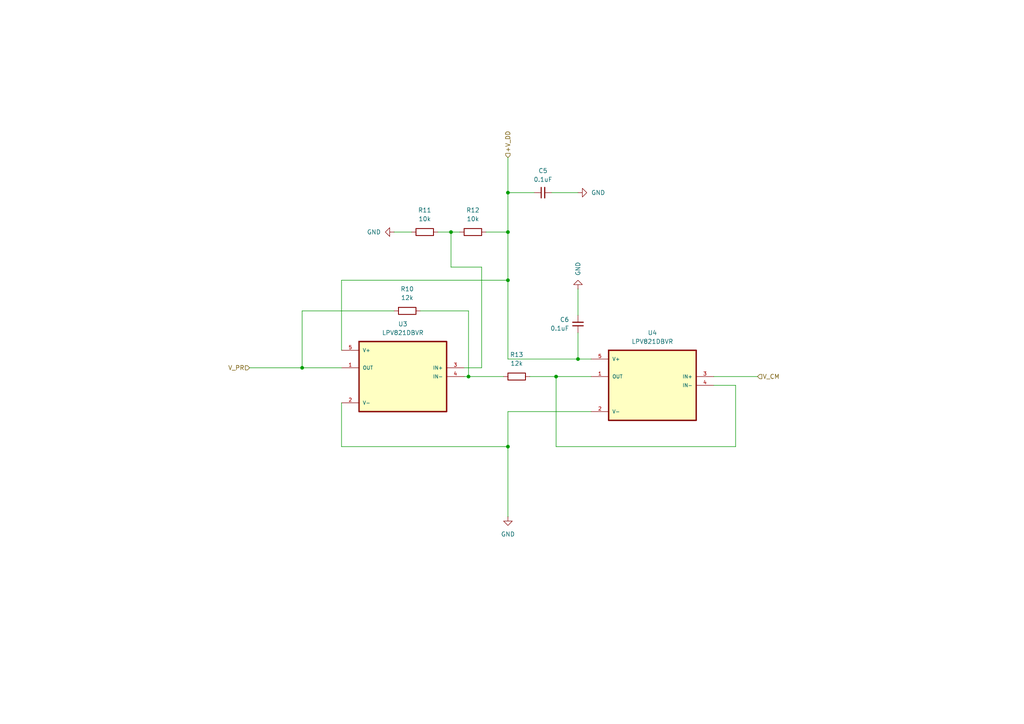
<source format=kicad_sch>
(kicad_sch
	(version 20231120)
	(generator "eeschema")
	(generator_version "8.0")
	(uuid "eeeba5e1-ba2d-407b-aa67-34560c4d1515")
	(paper "A4")
	(lib_symbols
		(symbol "Device:C_Small"
			(pin_numbers hide)
			(pin_names
				(offset 0.254) hide)
			(exclude_from_sim no)
			(in_bom yes)
			(on_board yes)
			(property "Reference" "C"
				(at 0.254 1.778 0)
				(effects
					(font
						(size 1.27 1.27)
					)
					(justify left)
				)
			)
			(property "Value" "C_Small"
				(at 0.254 -2.032 0)
				(effects
					(font
						(size 1.27 1.27)
					)
					(justify left)
				)
			)
			(property "Footprint" ""
				(at 0 0 0)
				(effects
					(font
						(size 1.27 1.27)
					)
					(hide yes)
				)
			)
			(property "Datasheet" "~"
				(at 0 0 0)
				(effects
					(font
						(size 1.27 1.27)
					)
					(hide yes)
				)
			)
			(property "Description" "Unpolarized capacitor, small symbol"
				(at 0 0 0)
				(effects
					(font
						(size 1.27 1.27)
					)
					(hide yes)
				)
			)
			(property "ki_keywords" "capacitor cap"
				(at 0 0 0)
				(effects
					(font
						(size 1.27 1.27)
					)
					(hide yes)
				)
			)
			(property "ki_fp_filters" "C_*"
				(at 0 0 0)
				(effects
					(font
						(size 1.27 1.27)
					)
					(hide yes)
				)
			)
			(symbol "C_Small_0_1"
				(polyline
					(pts
						(xy -1.524 -0.508) (xy 1.524 -0.508)
					)
					(stroke
						(width 0.3302)
						(type default)
					)
					(fill
						(type none)
					)
				)
				(polyline
					(pts
						(xy -1.524 0.508) (xy 1.524 0.508)
					)
					(stroke
						(width 0.3048)
						(type default)
					)
					(fill
						(type none)
					)
				)
			)
			(symbol "C_Small_1_1"
				(pin passive line
					(at 0 2.54 270)
					(length 2.032)
					(name "~"
						(effects
							(font
								(size 1.27 1.27)
							)
						)
					)
					(number "1"
						(effects
							(font
								(size 1.27 1.27)
							)
						)
					)
				)
				(pin passive line
					(at 0 -2.54 90)
					(length 2.032)
					(name "~"
						(effects
							(font
								(size 1.27 1.27)
							)
						)
					)
					(number "2"
						(effects
							(font
								(size 1.27 1.27)
							)
						)
					)
				)
			)
		)
		(symbol "Device:R"
			(pin_numbers hide)
			(pin_names
				(offset 0)
			)
			(exclude_from_sim no)
			(in_bom yes)
			(on_board yes)
			(property "Reference" "R"
				(at 2.032 0 90)
				(effects
					(font
						(size 1.27 1.27)
					)
				)
			)
			(property "Value" "R"
				(at 0 0 90)
				(effects
					(font
						(size 1.27 1.27)
					)
				)
			)
			(property "Footprint" ""
				(at -1.778 0 90)
				(effects
					(font
						(size 1.27 1.27)
					)
					(hide yes)
				)
			)
			(property "Datasheet" "~"
				(at 0 0 0)
				(effects
					(font
						(size 1.27 1.27)
					)
					(hide yes)
				)
			)
			(property "Description" "Resistor"
				(at 0 0 0)
				(effects
					(font
						(size 1.27 1.27)
					)
					(hide yes)
				)
			)
			(property "ki_keywords" "R res resistor"
				(at 0 0 0)
				(effects
					(font
						(size 1.27 1.27)
					)
					(hide yes)
				)
			)
			(property "ki_fp_filters" "R_*"
				(at 0 0 0)
				(effects
					(font
						(size 1.27 1.27)
					)
					(hide yes)
				)
			)
			(symbol "R_0_1"
				(rectangle
					(start -1.016 -2.54)
					(end 1.016 2.54)
					(stroke
						(width 0.254)
						(type default)
					)
					(fill
						(type none)
					)
				)
			)
			(symbol "R_1_1"
				(pin passive line
					(at 0 3.81 270)
					(length 1.27)
					(name "~"
						(effects
							(font
								(size 1.27 1.27)
							)
						)
					)
					(number "1"
						(effects
							(font
								(size 1.27 1.27)
							)
						)
					)
				)
				(pin passive line
					(at 0 -3.81 90)
					(length 1.27)
					(name "~"
						(effects
							(font
								(size 1.27 1.27)
							)
						)
					)
					(number "2"
						(effects
							(font
								(size 1.27 1.27)
							)
						)
					)
				)
			)
		)
		(symbol "LPV821DBVR:LPV821DBVR"
			(pin_names
				(offset 1.016)
			)
			(exclude_from_sim no)
			(in_bom yes)
			(on_board yes)
			(property "Reference" "U"
				(at -12.7 11.1506 0)
				(effects
					(font
						(size 1.27 1.27)
					)
					(justify left bottom)
				)
			)
			(property "Value" "LPV821DBVR"
				(at -12.7 -14.1478 0)
				(effects
					(font
						(size 1.27 1.27)
					)
					(justify left bottom)
				)
			)
			(property "Footprint" "SOT95P280X145-5N"
				(at 0 0 0)
				(effects
					(font
						(size 1.27 1.27)
					)
					(justify left bottom)
					(hide yes)
				)
			)
			(property "Datasheet" ""
				(at 0 0 0)
				(effects
					(font
						(size 1.27 1.27)
					)
					(justify left bottom)
					(hide yes)
				)
			)
			(property "Description" ""
				(at 0 0 0)
				(effects
					(font
						(size 1.27 1.27)
					)
					(hide yes)
				)
			)
			(property "MF" "Texas Instruments"
				(at 0 0 0)
				(effects
					(font
						(size 1.27 1.27)
					)
					(justify left bottom)
					(hide yes)
				)
			)
			(property "Description_1" "\\n650nA, Precision Zero-Drift Nanopower Amplifier\\n"
				(at 0 0 0)
				(effects
					(font
						(size 1.27 1.27)
					)
					(justify left bottom)
					(hide yes)
				)
			)
			(property "Package" "SOT-23-5 Texas Instruments"
				(at 0 0 0)
				(effects
					(font
						(size 1.27 1.27)
					)
					(justify left bottom)
					(hide yes)
				)
			)
			(property "Price" "None"
				(at 0 0 0)
				(effects
					(font
						(size 1.27 1.27)
					)
					(justify left bottom)
					(hide yes)
				)
			)
			(property "SnapEDA_Link" "https://www.snapeda.com/parts/LPV821DBVR/Texas+Instruments/view-part/?ref=snap"
				(at 0 0 0)
				(effects
					(font
						(size 1.27 1.27)
					)
					(justify left bottom)
					(hide yes)
				)
			)
			(property "MP" "LPV821DBVR"
				(at 0 0 0)
				(effects
					(font
						(size 1.27 1.27)
					)
					(justify left bottom)
					(hide yes)
				)
			)
			(property "Purchase-URL" "https://www.snapeda.com/api/url_track_click_mouser/?unipart_id=2773057&manufacturer=Texas Instruments&part_name=LPV821DBVR&search_term=None"
				(at 0 0 0)
				(effects
					(font
						(size 1.27 1.27)
					)
					(justify left bottom)
					(hide yes)
				)
			)
			(property "Availability" "In Stock"
				(at 0 0 0)
				(effects
					(font
						(size 1.27 1.27)
					)
					(justify left bottom)
					(hide yes)
				)
			)
			(property "Check_prices" "https://www.snapeda.com/parts/LPV821DBVR/Texas+Instruments/view-part/?ref=eda"
				(at 0 0 0)
				(effects
					(font
						(size 1.27 1.27)
					)
					(justify left bottom)
					(hide yes)
				)
			)
			(property "ki_locked" ""
				(at 0 0 0)
				(effects
					(font
						(size 1.27 1.27)
					)
				)
			)
			(symbol "LPV821DBVR_0_0"
				(rectangle
					(start -12.7 -10.16)
					(end 12.7 10.16)
					(stroke
						(width 0.4064)
						(type solid)
					)
					(fill
						(type background)
					)
				)
				(pin output line
					(at 17.78 2.54 180)
					(length 5.08)
					(name "OUT"
						(effects
							(font
								(size 1.016 1.016)
							)
						)
					)
					(number "1"
						(effects
							(font
								(size 1.016 1.016)
							)
						)
					)
				)
				(pin power_in line
					(at 17.78 -7.62 180)
					(length 5.08)
					(name "V-"
						(effects
							(font
								(size 1.016 1.016)
							)
						)
					)
					(number "2"
						(effects
							(font
								(size 1.016 1.016)
							)
						)
					)
				)
				(pin input line
					(at -17.78 2.54 0)
					(length 5.08)
					(name "IN+"
						(effects
							(font
								(size 1.016 1.016)
							)
						)
					)
					(number "3"
						(effects
							(font
								(size 1.016 1.016)
							)
						)
					)
				)
				(pin input line
					(at -17.78 0 0)
					(length 5.08)
					(name "IN-"
						(effects
							(font
								(size 1.016 1.016)
							)
						)
					)
					(number "4"
						(effects
							(font
								(size 1.016 1.016)
							)
						)
					)
				)
				(pin power_in line
					(at 17.78 7.62 180)
					(length 5.08)
					(name "V+"
						(effects
							(font
								(size 1.016 1.016)
							)
						)
					)
					(number "5"
						(effects
							(font
								(size 1.016 1.016)
							)
						)
					)
				)
			)
		)
		(symbol "power:GND"
			(power)
			(pin_numbers hide)
			(pin_names
				(offset 0) hide)
			(exclude_from_sim no)
			(in_bom yes)
			(on_board yes)
			(property "Reference" "#PWR"
				(at 0 -6.35 0)
				(effects
					(font
						(size 1.27 1.27)
					)
					(hide yes)
				)
			)
			(property "Value" "GND"
				(at 0 -3.81 0)
				(effects
					(font
						(size 1.27 1.27)
					)
				)
			)
			(property "Footprint" ""
				(at 0 0 0)
				(effects
					(font
						(size 1.27 1.27)
					)
					(hide yes)
				)
			)
			(property "Datasheet" ""
				(at 0 0 0)
				(effects
					(font
						(size 1.27 1.27)
					)
					(hide yes)
				)
			)
			(property "Description" "Power symbol creates a global label with name \"GND\" , ground"
				(at 0 0 0)
				(effects
					(font
						(size 1.27 1.27)
					)
					(hide yes)
				)
			)
			(property "ki_keywords" "global power"
				(at 0 0 0)
				(effects
					(font
						(size 1.27 1.27)
					)
					(hide yes)
				)
			)
			(symbol "GND_0_1"
				(polyline
					(pts
						(xy 0 0) (xy 0 -1.27) (xy 1.27 -1.27) (xy 0 -2.54) (xy -1.27 -1.27) (xy 0 -1.27)
					)
					(stroke
						(width 0)
						(type default)
					)
					(fill
						(type none)
					)
				)
			)
			(symbol "GND_1_1"
				(pin power_in line
					(at 0 0 270)
					(length 0)
					(name "~"
						(effects
							(font
								(size 1.27 1.27)
							)
						)
					)
					(number "1"
						(effects
							(font
								(size 1.27 1.27)
							)
						)
					)
				)
			)
		)
	)
	(junction
		(at 147.32 81.28)
		(diameter 0)
		(color 0 0 0 0)
		(uuid "08570681-56fb-4f9a-b8dd-aefa74de74e8")
	)
	(junction
		(at 87.63 106.68)
		(diameter 0)
		(color 0 0 0 0)
		(uuid "138de2d4-866f-4739-8da2-acad8e6d212c")
	)
	(junction
		(at 135.89 109.22)
		(diameter 0)
		(color 0 0 0 0)
		(uuid "2eabf244-b7a8-47a3-b1d6-11d88d3c7ef8")
	)
	(junction
		(at 161.29 109.22)
		(diameter 0)
		(color 0 0 0 0)
		(uuid "338fb62b-f30a-4a83-baec-0778f8b94e9c")
	)
	(junction
		(at 130.81 67.31)
		(diameter 0)
		(color 0 0 0 0)
		(uuid "542ba12d-19e3-47af-9785-ff6a3869aef5")
	)
	(junction
		(at 147.32 55.88)
		(diameter 0)
		(color 0 0 0 0)
		(uuid "b40b444e-4cca-4b2c-a91d-d001c270cc43")
	)
	(junction
		(at 167.64 104.14)
		(diameter 0)
		(color 0 0 0 0)
		(uuid "b85f54bb-6a20-4004-aae7-ac53dd8bf13e")
	)
	(junction
		(at 147.32 129.54)
		(diameter 0)
		(color 0 0 0 0)
		(uuid "ce15f589-22e5-471d-978a-514409bcb406")
	)
	(junction
		(at 147.32 67.31)
		(diameter 0)
		(color 0 0 0 0)
		(uuid "f35d688e-d8c3-4b15-bea9-cf7a3f5a051c")
	)
	(wire
		(pts
			(xy 167.64 104.14) (xy 171.45 104.14)
		)
		(stroke
			(width 0)
			(type default)
		)
		(uuid "14954359-ab6d-49da-a084-27246882164e")
	)
	(wire
		(pts
			(xy 213.36 111.76) (xy 213.36 129.54)
		)
		(stroke
			(width 0)
			(type default)
		)
		(uuid "152b5333-abca-4a1f-aed9-aee06faf58f7")
	)
	(wire
		(pts
			(xy 147.32 119.38) (xy 147.32 129.54)
		)
		(stroke
			(width 0)
			(type default)
		)
		(uuid "24380e41-d1bb-4abf-94f6-78ce28d65a7a")
	)
	(wire
		(pts
			(xy 147.32 55.88) (xy 147.32 67.31)
		)
		(stroke
			(width 0)
			(type default)
		)
		(uuid "2ac23b32-c0ac-42e7-a4ab-cafe4caa0fff")
	)
	(wire
		(pts
			(xy 87.63 90.17) (xy 114.3 90.17)
		)
		(stroke
			(width 0)
			(type default)
		)
		(uuid "2fa2848b-1297-4c5a-ba76-a9ba0d7534a2")
	)
	(wire
		(pts
			(xy 130.81 67.31) (xy 127 67.31)
		)
		(stroke
			(width 0)
			(type default)
		)
		(uuid "3ab58fa5-4962-4f96-a193-a8bf69cb0877")
	)
	(wire
		(pts
			(xy 147.32 129.54) (xy 147.32 149.86)
		)
		(stroke
			(width 0)
			(type default)
		)
		(uuid "41731065-e897-4f42-9538-bfc43352cc1c")
	)
	(wire
		(pts
			(xy 130.81 77.47) (xy 139.7 77.47)
		)
		(stroke
			(width 0)
			(type default)
		)
		(uuid "44db9c0a-40f2-4a3b-9583-ed0f51d500f4")
	)
	(wire
		(pts
			(xy 147.32 81.28) (xy 99.06 81.28)
		)
		(stroke
			(width 0)
			(type default)
		)
		(uuid "4dad4c7f-557a-4706-a208-f9232c6b9dec")
	)
	(wire
		(pts
			(xy 161.29 129.54) (xy 161.29 109.22)
		)
		(stroke
			(width 0)
			(type default)
		)
		(uuid "53a00d1c-51a6-4192-b52e-03cf5c6f4d4f")
	)
	(wire
		(pts
			(xy 146.05 109.22) (xy 135.89 109.22)
		)
		(stroke
			(width 0)
			(type default)
		)
		(uuid "5f55b311-8260-4a32-8ebd-cb76db2f72a2")
	)
	(wire
		(pts
			(xy 99.06 129.54) (xy 99.06 116.84)
		)
		(stroke
			(width 0)
			(type default)
		)
		(uuid "5fb9dd41-50dd-4291-bd00-9bb14541964d")
	)
	(wire
		(pts
			(xy 119.38 67.31) (xy 114.3 67.31)
		)
		(stroke
			(width 0)
			(type default)
		)
		(uuid "61bd1386-a6ec-4424-8e12-f6f7a2de8858")
	)
	(wire
		(pts
			(xy 139.7 77.47) (xy 139.7 106.68)
		)
		(stroke
			(width 0)
			(type default)
		)
		(uuid "6baab20b-bcc7-44d9-add2-d1165979588d")
	)
	(wire
		(pts
			(xy 87.63 106.68) (xy 72.39 106.68)
		)
		(stroke
			(width 0)
			(type default)
		)
		(uuid "759d6d5e-4030-4c87-bb36-7175823f838d")
	)
	(wire
		(pts
			(xy 219.71 109.22) (xy 207.01 109.22)
		)
		(stroke
			(width 0)
			(type default)
		)
		(uuid "78e651d1-4e3c-4f2a-8d07-160a8a2e0f3a")
	)
	(wire
		(pts
			(xy 147.32 45.72) (xy 147.32 55.88)
		)
		(stroke
			(width 0)
			(type default)
		)
		(uuid "8094eaef-aeef-47c2-a299-83e03cd0a568")
	)
	(wire
		(pts
			(xy 130.81 67.31) (xy 130.81 77.47)
		)
		(stroke
			(width 0)
			(type default)
		)
		(uuid "830aacae-46fe-46dc-9d49-622ea46a7dac")
	)
	(wire
		(pts
			(xy 171.45 109.22) (xy 161.29 109.22)
		)
		(stroke
			(width 0)
			(type default)
		)
		(uuid "88dc3c3a-1048-4c71-a6a3-c92d5842f717")
	)
	(wire
		(pts
			(xy 121.92 90.17) (xy 135.89 90.17)
		)
		(stroke
			(width 0)
			(type default)
		)
		(uuid "9470ef0d-6cfe-4bbe-8684-745be6bd3e9a")
	)
	(wire
		(pts
			(xy 147.32 67.31) (xy 147.32 81.28)
		)
		(stroke
			(width 0)
			(type default)
		)
		(uuid "9a697b82-2681-4b98-90fe-dc0cb2aa32c9")
	)
	(wire
		(pts
			(xy 147.32 81.28) (xy 147.32 104.14)
		)
		(stroke
			(width 0)
			(type default)
		)
		(uuid "a193078f-6238-4793-b1c9-0f4c3bb258df")
	)
	(wire
		(pts
			(xy 167.64 91.44) (xy 167.64 83.82)
		)
		(stroke
			(width 0)
			(type default)
		)
		(uuid "a4e62884-82dd-4107-82ef-f0a7e6563cbb")
	)
	(wire
		(pts
			(xy 147.32 67.31) (xy 140.97 67.31)
		)
		(stroke
			(width 0)
			(type default)
		)
		(uuid "b16a7b0c-68e3-4043-afbc-cce4ff003d38")
	)
	(wire
		(pts
			(xy 133.35 67.31) (xy 130.81 67.31)
		)
		(stroke
			(width 0)
			(type default)
		)
		(uuid "b5d0a0e0-e2b4-4cf6-b898-d44a24f0e468")
	)
	(wire
		(pts
			(xy 139.7 106.68) (xy 134.62 106.68)
		)
		(stroke
			(width 0)
			(type default)
		)
		(uuid "bb19ab92-2319-4ee9-8da5-b87bf04d9e58")
	)
	(wire
		(pts
			(xy 147.32 129.54) (xy 99.06 129.54)
		)
		(stroke
			(width 0)
			(type default)
		)
		(uuid "c8c86abf-b395-4f38-af57-ea42c3638ade")
	)
	(wire
		(pts
			(xy 213.36 129.54) (xy 161.29 129.54)
		)
		(stroke
			(width 0)
			(type default)
		)
		(uuid "c8d8a3db-0bcc-4587-8000-4637f508ba88")
	)
	(wire
		(pts
			(xy 161.29 109.22) (xy 153.67 109.22)
		)
		(stroke
			(width 0)
			(type default)
		)
		(uuid "c91ea1d8-0bce-4665-9123-baad5bac64e9")
	)
	(wire
		(pts
			(xy 99.06 106.68) (xy 87.63 106.68)
		)
		(stroke
			(width 0)
			(type default)
		)
		(uuid "c9a26ac4-5725-4622-ac34-2bb1fa6aece6")
	)
	(wire
		(pts
			(xy 160.02 55.88) (xy 167.64 55.88)
		)
		(stroke
			(width 0)
			(type default)
		)
		(uuid "ce366047-4f0f-428c-98d0-68158d59dc96")
	)
	(wire
		(pts
			(xy 99.06 81.28) (xy 99.06 101.6)
		)
		(stroke
			(width 0)
			(type default)
		)
		(uuid "d1b4a8b5-dca5-44e9-8b40-f5a6d052b7b2")
	)
	(wire
		(pts
			(xy 207.01 111.76) (xy 213.36 111.76)
		)
		(stroke
			(width 0)
			(type default)
		)
		(uuid "d3165227-5035-4712-9089-c99284d8b4c1")
	)
	(wire
		(pts
			(xy 154.94 55.88) (xy 147.32 55.88)
		)
		(stroke
			(width 0)
			(type default)
		)
		(uuid "d4b1b73b-231a-4895-8226-6dca4dc42f78")
	)
	(wire
		(pts
			(xy 147.32 119.38) (xy 171.45 119.38)
		)
		(stroke
			(width 0)
			(type default)
		)
		(uuid "d56b457c-6121-47cb-b787-c08eed4540c2")
	)
	(wire
		(pts
			(xy 167.64 96.52) (xy 167.64 104.14)
		)
		(stroke
			(width 0)
			(type default)
		)
		(uuid "d6353021-d829-48db-85dc-371debac6bc2")
	)
	(wire
		(pts
			(xy 87.63 106.68) (xy 87.63 90.17)
		)
		(stroke
			(width 0)
			(type default)
		)
		(uuid "e506ef43-46b9-4a20-8df6-25f1404e55a4")
	)
	(wire
		(pts
			(xy 135.89 90.17) (xy 135.89 109.22)
		)
		(stroke
			(width 0)
			(type default)
		)
		(uuid "e6d24b4b-2aa4-4c5f-bbe2-07215edefec6")
	)
	(wire
		(pts
			(xy 135.89 109.22) (xy 134.62 109.22)
		)
		(stroke
			(width 0)
			(type default)
		)
		(uuid "f54f0c71-0e76-4f18-a26d-7a2a145c86d1")
	)
	(wire
		(pts
			(xy 147.32 104.14) (xy 167.64 104.14)
		)
		(stroke
			(width 0)
			(type default)
		)
		(uuid "fec37209-e1d9-414d-9479-a0af3ddb6d5a")
	)
	(hierarchical_label "V_CM"
		(shape input)
		(at 219.71 109.22 0)
		(fields_autoplaced yes)
		(effects
			(font
				(size 1.27 1.27)
			)
			(justify left)
		)
		(uuid "4099b5c6-6240-4f31-9061-96727e636ce3")
	)
	(hierarchical_label "V_PR"
		(shape input)
		(at 72.39 106.68 180)
		(fields_autoplaced yes)
		(effects
			(font
				(size 1.27 1.27)
			)
			(justify right)
		)
		(uuid "6981c5f1-415e-4bcc-9723-f58f39eabfcd")
	)
	(hierarchical_label "+V_DD"
		(shape input)
		(at 147.32 45.72 90)
		(fields_autoplaced yes)
		(effects
			(font
				(size 1.27 1.27)
			)
			(justify left)
		)
		(uuid "fac3d179-1a52-405a-a749-add02fbe09ff")
	)
	(symbol
		(lib_id "power:GND")
		(at 147.32 149.86 0)
		(mirror y)
		(unit 1)
		(exclude_from_sim no)
		(in_bom yes)
		(on_board yes)
		(dnp no)
		(fields_autoplaced yes)
		(uuid "419edfaf-c31d-44fe-b8be-9ed27d2707aa")
		(property "Reference" "#PWR013"
			(at 147.32 156.21 0)
			(effects
				(font
					(size 1.27 1.27)
				)
				(hide yes)
			)
		)
		(property "Value" "GND"
			(at 147.32 154.94 0)
			(effects
				(font
					(size 1.27 1.27)
				)
			)
		)
		(property "Footprint" ""
			(at 147.32 149.86 0)
			(effects
				(font
					(size 1.27 1.27)
				)
				(hide yes)
			)
		)
		(property "Datasheet" ""
			(at 147.32 149.86 0)
			(effects
				(font
					(size 1.27 1.27)
				)
				(hide yes)
			)
		)
		(property "Description" "Power symbol creates a global label with name \"GND\" , ground"
			(at 147.32 149.86 0)
			(effects
				(font
					(size 1.27 1.27)
				)
				(hide yes)
			)
		)
		(pin "1"
			(uuid "7a2a227e-78b2-4a87-bc97-d3de6a53b5dd")
		)
		(instances
			(project "SigAcqModule_TwoSided"
				(path "/35a76d6a-a0c5-4989-a335-ebbff193f82f/1592d112-a21f-4c86-8d6b-59c9e2cb8ed5/d99c16f5-dd26-448f-81cb-89849c5de34e"
					(reference "#PWR013")
					(unit 1)
				)
			)
		)
	)
	(symbol
		(lib_id "Device:R")
		(at 149.86 109.22 270)
		(mirror x)
		(unit 1)
		(exclude_from_sim no)
		(in_bom yes)
		(on_board yes)
		(dnp no)
		(fields_autoplaced yes)
		(uuid "6639e2f4-13cf-433b-b7bc-5d5cc6adf708")
		(property "Reference" "R13"
			(at 149.86 102.87 90)
			(effects
				(font
					(size 1.27 1.27)
				)
			)
		)
		(property "Value" "12k"
			(at 149.86 105.41 90)
			(effects
				(font
					(size 1.27 1.27)
				)
			)
		)
		(property "Footprint" "Resistor_SMD:R_0402_1005Metric"
			(at 149.86 110.998 90)
			(effects
				(font
					(size 1.27 1.27)
				)
				(hide yes)
			)
		)
		(property "Datasheet" "~"
			(at 149.86 109.22 0)
			(effects
				(font
					(size 1.27 1.27)
				)
				(hide yes)
			)
		)
		(property "Description" "Resistor"
			(at 149.86 109.22 0)
			(effects
				(font
					(size 1.27 1.27)
				)
				(hide yes)
			)
		)
		(pin "1"
			(uuid "ba096565-4bf3-4e0e-9db1-be8a8e200e40")
		)
		(pin "2"
			(uuid "554ebdc5-1fde-4582-9aaa-fe620bee6fac")
		)
		(instances
			(project "SigAcqModule_TwoSided"
				(path "/35a76d6a-a0c5-4989-a335-ebbff193f82f/1592d112-a21f-4c86-8d6b-59c9e2cb8ed5/d99c16f5-dd26-448f-81cb-89849c5de34e"
					(reference "R13")
					(unit 1)
				)
			)
		)
	)
	(symbol
		(lib_id "power:GND")
		(at 167.64 83.82 0)
		(mirror x)
		(unit 1)
		(exclude_from_sim no)
		(in_bom yes)
		(on_board yes)
		(dnp no)
		(fields_autoplaced yes)
		(uuid "690c70fe-75ed-4524-9c94-5d5aed460058")
		(property "Reference" "#PWR015"
			(at 167.64 77.47 0)
			(effects
				(font
					(size 1.27 1.27)
				)
				(hide yes)
			)
		)
		(property "Value" "GND"
			(at 167.6401 80.01 90)
			(effects
				(font
					(size 1.27 1.27)
				)
				(justify right)
			)
		)
		(property "Footprint" ""
			(at 167.64 83.82 0)
			(effects
				(font
					(size 1.27 1.27)
				)
				(hide yes)
			)
		)
		(property "Datasheet" ""
			(at 167.64 83.82 0)
			(effects
				(font
					(size 1.27 1.27)
				)
				(hide yes)
			)
		)
		(property "Description" "Power symbol creates a global label with name \"GND\" , ground"
			(at 167.64 83.82 0)
			(effects
				(font
					(size 1.27 1.27)
				)
				(hide yes)
			)
		)
		(pin "1"
			(uuid "be90cfc9-cde4-4e92-bdd0-c0ac97af49b2")
		)
		(instances
			(project "SigAcqModule_TwoSided"
				(path "/35a76d6a-a0c5-4989-a335-ebbff193f82f/1592d112-a21f-4c86-8d6b-59c9e2cb8ed5/d99c16f5-dd26-448f-81cb-89849c5de34e"
					(reference "#PWR015")
					(unit 1)
				)
			)
		)
	)
	(symbol
		(lib_id "Device:R")
		(at 118.11 90.17 270)
		(mirror x)
		(unit 1)
		(exclude_from_sim no)
		(in_bom yes)
		(on_board yes)
		(dnp no)
		(fields_autoplaced yes)
		(uuid "92a322dd-99e9-46ba-9064-f5b532ec3b45")
		(property "Reference" "R10"
			(at 118.11 83.82 90)
			(effects
				(font
					(size 1.27 1.27)
				)
			)
		)
		(property "Value" "12k"
			(at 118.11 86.36 90)
			(effects
				(font
					(size 1.27 1.27)
				)
			)
		)
		(property "Footprint" "Resistor_SMD:R_0402_1005Metric"
			(at 118.11 91.948 90)
			(effects
				(font
					(size 1.27 1.27)
				)
				(hide yes)
			)
		)
		(property "Datasheet" "~"
			(at 118.11 90.17 0)
			(effects
				(font
					(size 1.27 1.27)
				)
				(hide yes)
			)
		)
		(property "Description" "Resistor"
			(at 118.11 90.17 0)
			(effects
				(font
					(size 1.27 1.27)
				)
				(hide yes)
			)
		)
		(pin "1"
			(uuid "4498c0e1-e00b-4895-a1b6-e730937fe225")
		)
		(pin "2"
			(uuid "5721bee7-cc20-48b7-ae5a-ddb4afa21dec")
		)
		(instances
			(project "SigAcqModule_TwoSided"
				(path "/35a76d6a-a0c5-4989-a335-ebbff193f82f/1592d112-a21f-4c86-8d6b-59c9e2cb8ed5/d99c16f5-dd26-448f-81cb-89849c5de34e"
					(reference "R10")
					(unit 1)
				)
			)
		)
	)
	(symbol
		(lib_id "LPV821DBVR:LPV821DBVR")
		(at 189.23 111.76 0)
		(mirror y)
		(unit 1)
		(exclude_from_sim no)
		(in_bom yes)
		(on_board yes)
		(dnp no)
		(fields_autoplaced yes)
		(uuid "afd2e2d0-c382-4ee0-88b7-009be447b31f")
		(property "Reference" "U4"
			(at 189.23 96.52 0)
			(effects
				(font
					(size 1.27 1.27)
				)
			)
		)
		(property "Value" "LPV821DBVR"
			(at 189.23 99.06 0)
			(effects
				(font
					(size 1.27 1.27)
				)
			)
		)
		(property "Footprint" "Package_TO_SOT_SMD:SOT-23-5"
			(at 189.23 111.76 0)
			(effects
				(font
					(size 1.27 1.27)
				)
				(justify left bottom)
				(hide yes)
			)
		)
		(property "Datasheet" ""
			(at 189.23 111.76 0)
			(effects
				(font
					(size 1.27 1.27)
				)
				(justify left bottom)
				(hide yes)
			)
		)
		(property "Description" ""
			(at 189.23 111.76 0)
			(effects
				(font
					(size 1.27 1.27)
				)
				(hide yes)
			)
		)
		(property "MF" "Texas Instruments"
			(at 189.23 111.76 0)
			(effects
				(font
					(size 1.27 1.27)
				)
				(justify left bottom)
				(hide yes)
			)
		)
		(property "Description_1" "\\n650nA, Precision Zero-Drift Nanopower Amplifier\\n"
			(at 189.23 111.76 0)
			(effects
				(font
					(size 1.27 1.27)
				)
				(justify left bottom)
				(hide yes)
			)
		)
		(property "Package" "SOT-23-5 Texas Instruments"
			(at 189.23 111.76 0)
			(effects
				(font
					(size 1.27 1.27)
				)
				(justify left bottom)
				(hide yes)
			)
		)
		(property "Price" "None"
			(at 189.23 111.76 0)
			(effects
				(font
					(size 1.27 1.27)
				)
				(justify left bottom)
				(hide yes)
			)
		)
		(property "SnapEDA_Link" "https://www.snapeda.com/parts/LPV821DBVR/Texas+Instruments/view-part/?ref=snap"
			(at 189.23 111.76 0)
			(effects
				(font
					(size 1.27 1.27)
				)
				(justify left bottom)
				(hide yes)
			)
		)
		(property "MP" "LPV821DBVR"
			(at 189.23 111.76 0)
			(effects
				(font
					(size 1.27 1.27)
				)
				(justify left bottom)
				(hide yes)
			)
		)
		(property "Purchase-URL" "https://www.snapeda.com/api/url_track_click_mouser/?unipart_id=2773057&manufacturer=Texas Instruments&part_name=LPV821DBVR&search_term=None"
			(at 189.23 111.76 0)
			(effects
				(font
					(size 1.27 1.27)
				)
				(justify left bottom)
				(hide yes)
			)
		)
		(property "Availability" "In Stock"
			(at 189.23 111.76 0)
			(effects
				(font
					(size 1.27 1.27)
				)
				(justify left bottom)
				(hide yes)
			)
		)
		(property "Check_prices" "https://www.snapeda.com/parts/LPV821DBVR/Texas+Instruments/view-part/?ref=eda"
			(at 189.23 111.76 0)
			(effects
				(font
					(size 1.27 1.27)
				)
				(justify left bottom)
				(hide yes)
			)
		)
		(pin "5"
			(uuid "e37f1943-8475-41f6-91ea-950192d75fcf")
		)
		(pin "4"
			(uuid "52e72b30-e0be-49f8-913f-9c2db736e7a6")
		)
		(pin "1"
			(uuid "9666a240-14d8-45fa-b4a3-95621a490bdb")
		)
		(pin "2"
			(uuid "554865c5-3008-4c78-8a9b-de6a11616316")
		)
		(pin "3"
			(uuid "63f2b755-3972-4460-a796-8ba7393ccc57")
		)
		(instances
			(project "SigAcqModule_TwoSided"
				(path "/35a76d6a-a0c5-4989-a335-ebbff193f82f/1592d112-a21f-4c86-8d6b-59c9e2cb8ed5/d99c16f5-dd26-448f-81cb-89849c5de34e"
					(reference "U4")
					(unit 1)
				)
			)
		)
	)
	(symbol
		(lib_id "power:GND")
		(at 167.64 55.88 90)
		(mirror x)
		(unit 1)
		(exclude_from_sim no)
		(in_bom yes)
		(on_board yes)
		(dnp no)
		(fields_autoplaced yes)
		(uuid "b968717b-28b5-4a89-b78d-238c8d0da008")
		(property "Reference" "#PWR014"
			(at 173.99 55.88 0)
			(effects
				(font
					(size 1.27 1.27)
				)
				(hide yes)
			)
		)
		(property "Value" "GND"
			(at 171.45 55.8801 90)
			(effects
				(font
					(size 1.27 1.27)
				)
				(justify right)
			)
		)
		(property "Footprint" ""
			(at 167.64 55.88 0)
			(effects
				(font
					(size 1.27 1.27)
				)
				(hide yes)
			)
		)
		(property "Datasheet" ""
			(at 167.64 55.88 0)
			(effects
				(font
					(size 1.27 1.27)
				)
				(hide yes)
			)
		)
		(property "Description" "Power symbol creates a global label with name \"GND\" , ground"
			(at 167.64 55.88 0)
			(effects
				(font
					(size 1.27 1.27)
				)
				(hide yes)
			)
		)
		(pin "1"
			(uuid "e84926bd-82a7-4bcd-8b1b-000cf9e68d50")
		)
		(instances
			(project "SigAcqModule_TwoSided"
				(path "/35a76d6a-a0c5-4989-a335-ebbff193f82f/1592d112-a21f-4c86-8d6b-59c9e2cb8ed5/d99c16f5-dd26-448f-81cb-89849c5de34e"
					(reference "#PWR014")
					(unit 1)
				)
			)
		)
	)
	(symbol
		(lib_id "Device:C_Small")
		(at 157.48 55.88 90)
		(mirror x)
		(unit 1)
		(exclude_from_sim no)
		(in_bom yes)
		(on_board yes)
		(dnp no)
		(fields_autoplaced yes)
		(uuid "b9e5ea53-0dfc-435b-9fcf-5e0318d03de5")
		(property "Reference" "C5"
			(at 157.4863 49.53 90)
			(effects
				(font
					(size 1.27 1.27)
				)
			)
		)
		(property "Value" "0.1uF"
			(at 157.4863 52.07 90)
			(effects
				(font
					(size 1.27 1.27)
				)
			)
		)
		(property "Footprint" "Capacitor_SMD:C_0402_1005Metric"
			(at 157.48 55.88 0)
			(effects
				(font
					(size 1.27 1.27)
				)
				(hide yes)
			)
		)
		(property "Datasheet" "~"
			(at 157.48 55.88 0)
			(effects
				(font
					(size 1.27 1.27)
				)
				(hide yes)
			)
		)
		(property "Description" "Unpolarized capacitor, small symbol"
			(at 157.48 55.88 0)
			(effects
				(font
					(size 1.27 1.27)
				)
				(hide yes)
			)
		)
		(pin "1"
			(uuid "7730c4ad-1f9f-4137-88b0-ce02fb4968c7")
		)
		(pin "2"
			(uuid "e9554d4b-4f24-498a-91c5-8ff5060f62c1")
		)
		(instances
			(project "SigAcqModule_TwoSided"
				(path "/35a76d6a-a0c5-4989-a335-ebbff193f82f/1592d112-a21f-4c86-8d6b-59c9e2cb8ed5/d99c16f5-dd26-448f-81cb-89849c5de34e"
					(reference "C5")
					(unit 1)
				)
			)
		)
	)
	(symbol
		(lib_id "Device:R")
		(at 123.19 67.31 270)
		(mirror x)
		(unit 1)
		(exclude_from_sim no)
		(in_bom yes)
		(on_board yes)
		(dnp no)
		(fields_autoplaced yes)
		(uuid "c2a1ecf6-2d6e-4672-91f0-472d085babd0")
		(property "Reference" "R11"
			(at 123.19 60.96 90)
			(effects
				(font
					(size 1.27 1.27)
				)
			)
		)
		(property "Value" "10k"
			(at 123.19 63.5 90)
			(effects
				(font
					(size 1.27 1.27)
				)
			)
		)
		(property "Footprint" "Resistor_SMD:R_0402_1005Metric"
			(at 123.19 69.088 90)
			(effects
				(font
					(size 1.27 1.27)
				)
				(hide yes)
			)
		)
		(property "Datasheet" "~"
			(at 123.19 67.31 0)
			(effects
				(font
					(size 1.27 1.27)
				)
				(hide yes)
			)
		)
		(property "Description" "Resistor"
			(at 123.19 67.31 0)
			(effects
				(font
					(size 1.27 1.27)
				)
				(hide yes)
			)
		)
		(pin "2"
			(uuid "438355fa-e955-40f0-9c18-e9cd607a4192")
		)
		(pin "1"
			(uuid "46049eb3-ad70-4479-8782-f4949f7c33c9")
		)
		(instances
			(project "SigAcqModule_TwoSided"
				(path "/35a76d6a-a0c5-4989-a335-ebbff193f82f/1592d112-a21f-4c86-8d6b-59c9e2cb8ed5/d99c16f5-dd26-448f-81cb-89849c5de34e"
					(reference "R11")
					(unit 1)
				)
			)
		)
	)
	(symbol
		(lib_id "power:GND")
		(at 114.3 67.31 270)
		(mirror x)
		(unit 1)
		(exclude_from_sim no)
		(in_bom yes)
		(on_board yes)
		(dnp no)
		(uuid "d1e07758-3985-498d-85c4-7100b6a80904")
		(property "Reference" "#PWR012"
			(at 107.95 67.31 0)
			(effects
				(font
					(size 1.27 1.27)
				)
				(hide yes)
			)
		)
		(property "Value" "GND"
			(at 110.49 67.3099 90)
			(effects
				(font
					(size 1.27 1.27)
				)
				(justify right)
			)
		)
		(property "Footprint" ""
			(at 114.3 67.31 0)
			(effects
				(font
					(size 1.27 1.27)
				)
				(hide yes)
			)
		)
		(property "Datasheet" ""
			(at 114.3 67.31 0)
			(effects
				(font
					(size 1.27 1.27)
				)
				(hide yes)
			)
		)
		(property "Description" "Power symbol creates a global label with name \"GND\" , ground"
			(at 114.3 67.31 0)
			(effects
				(font
					(size 1.27 1.27)
				)
				(hide yes)
			)
		)
		(pin "1"
			(uuid "9d8fdaf9-53ae-40d2-b9d3-21325056cca6")
		)
		(instances
			(project "SigAcqModule_TwoSided"
				(path "/35a76d6a-a0c5-4989-a335-ebbff193f82f/1592d112-a21f-4c86-8d6b-59c9e2cb8ed5/d99c16f5-dd26-448f-81cb-89849c5de34e"
					(reference "#PWR012")
					(unit 1)
				)
			)
		)
	)
	(symbol
		(lib_id "LPV821DBVR:LPV821DBVR")
		(at 116.84 109.22 0)
		(mirror y)
		(unit 1)
		(exclude_from_sim no)
		(in_bom yes)
		(on_board yes)
		(dnp no)
		(fields_autoplaced yes)
		(uuid "d8d31224-4886-4ccd-8522-6d8ba567ee3d")
		(property "Reference" "U3"
			(at 116.84 93.98 0)
			(effects
				(font
					(size 1.27 1.27)
				)
			)
		)
		(property "Value" "LPV821DBVR"
			(at 116.84 96.52 0)
			(effects
				(font
					(size 1.27 1.27)
				)
			)
		)
		(property "Footprint" "Package_TO_SOT_SMD:SOT-23-5"
			(at 116.84 109.22 0)
			(effects
				(font
					(size 1.27 1.27)
				)
				(justify left bottom)
				(hide yes)
			)
		)
		(property "Datasheet" ""
			(at 116.84 109.22 0)
			(effects
				(font
					(size 1.27 1.27)
				)
				(justify left bottom)
				(hide yes)
			)
		)
		(property "Description" ""
			(at 116.84 109.22 0)
			(effects
				(font
					(size 1.27 1.27)
				)
				(hide yes)
			)
		)
		(property "MF" "Texas Instruments"
			(at 116.84 109.22 0)
			(effects
				(font
					(size 1.27 1.27)
				)
				(justify left bottom)
				(hide yes)
			)
		)
		(property "Description_1" "\\n650nA, Precision Zero-Drift Nanopower Amplifier\\n"
			(at 116.84 109.22 0)
			(effects
				(font
					(size 1.27 1.27)
				)
				(justify left bottom)
				(hide yes)
			)
		)
		(property "Package" "SOT-23-5 Texas Instruments"
			(at 116.84 109.22 0)
			(effects
				(font
					(size 1.27 1.27)
				)
				(justify left bottom)
				(hide yes)
			)
		)
		(property "Price" "None"
			(at 116.84 109.22 0)
			(effects
				(font
					(size 1.27 1.27)
				)
				(justify left bottom)
				(hide yes)
			)
		)
		(property "SnapEDA_Link" "https://www.snapeda.com/parts/LPV821DBVR/Texas+Instruments/view-part/?ref=snap"
			(at 116.84 109.22 0)
			(effects
				(font
					(size 1.27 1.27)
				)
				(justify left bottom)
				(hide yes)
			)
		)
		(property "MP" "LPV821DBVR"
			(at 116.84 109.22 0)
			(effects
				(font
					(size 1.27 1.27)
				)
				(justify left bottom)
				(hide yes)
			)
		)
		(property "Purchase-URL" "https://www.snapeda.com/api/url_track_click_mouser/?unipart_id=2773057&manufacturer=Texas Instruments&part_name=LPV821DBVR&search_term=None"
			(at 116.84 109.22 0)
			(effects
				(font
					(size 1.27 1.27)
				)
				(justify left bottom)
				(hide yes)
			)
		)
		(property "Availability" "In Stock"
			(at 116.84 109.22 0)
			(effects
				(font
					(size 1.27 1.27)
				)
				(justify left bottom)
				(hide yes)
			)
		)
		(property "Check_prices" "https://www.snapeda.com/parts/LPV821DBVR/Texas+Instruments/view-part/?ref=eda"
			(at 116.84 109.22 0)
			(effects
				(font
					(size 1.27 1.27)
				)
				(justify left bottom)
				(hide yes)
			)
		)
		(pin "5"
			(uuid "3f398fe9-414b-4fd7-8fd4-176dcd39680d")
		)
		(pin "4"
			(uuid "e214de82-b9f5-4e81-8607-eac478f7fd9e")
		)
		(pin "1"
			(uuid "f2fd7eac-4ce8-479a-8eac-315eae3c67ee")
		)
		(pin "2"
			(uuid "bf1da5d6-9aa5-4f38-8592-17589a0b37c7")
		)
		(pin "3"
			(uuid "aa68874f-b88f-4d99-8a89-6e57c2a72ebc")
		)
		(instances
			(project "SigAcqModule_TwoSided"
				(path "/35a76d6a-a0c5-4989-a335-ebbff193f82f/1592d112-a21f-4c86-8d6b-59c9e2cb8ed5/d99c16f5-dd26-448f-81cb-89849c5de34e"
					(reference "U3")
					(unit 1)
				)
			)
		)
	)
	(symbol
		(lib_id "Device:C_Small")
		(at 167.64 93.98 0)
		(mirror x)
		(unit 1)
		(exclude_from_sim no)
		(in_bom yes)
		(on_board yes)
		(dnp no)
		(fields_autoplaced yes)
		(uuid "e74774d1-88dd-468c-ad28-47cdad3f8b05")
		(property "Reference" "C6"
			(at 165.1 92.7035 0)
			(effects
				(font
					(size 1.27 1.27)
				)
				(justify right)
			)
		)
		(property "Value" "0.1uF"
			(at 165.1 95.2435 0)
			(effects
				(font
					(size 1.27 1.27)
				)
				(justify right)
			)
		)
		(property "Footprint" "Capacitor_SMD:C_0402_1005Metric"
			(at 167.64 93.98 0)
			(effects
				(font
					(size 1.27 1.27)
				)
				(hide yes)
			)
		)
		(property "Datasheet" "~"
			(at 167.64 93.98 0)
			(effects
				(font
					(size 1.27 1.27)
				)
				(hide yes)
			)
		)
		(property "Description" "Unpolarized capacitor, small symbol"
			(at 167.64 93.98 0)
			(effects
				(font
					(size 1.27 1.27)
				)
				(hide yes)
			)
		)
		(pin "1"
			(uuid "318f4370-69b3-4405-9220-d82d77a95567")
		)
		(pin "2"
			(uuid "9f68b82e-bc70-46c4-abe5-1c80cc3469c9")
		)
		(instances
			(project "SigAcqModule_TwoSided"
				(path "/35a76d6a-a0c5-4989-a335-ebbff193f82f/1592d112-a21f-4c86-8d6b-59c9e2cb8ed5/d99c16f5-dd26-448f-81cb-89849c5de34e"
					(reference "C6")
					(unit 1)
				)
			)
		)
	)
	(symbol
		(lib_id "Device:R")
		(at 137.16 67.31 270)
		(mirror x)
		(unit 1)
		(exclude_from_sim no)
		(in_bom yes)
		(on_board yes)
		(dnp no)
		(fields_autoplaced yes)
		(uuid "faae7211-e926-49d5-9f1e-66c49aaf2f88")
		(property "Reference" "R12"
			(at 137.16 60.96 90)
			(effects
				(font
					(size 1.27 1.27)
				)
			)
		)
		(property "Value" "10k"
			(at 137.16 63.5 90)
			(effects
				(font
					(size 1.27 1.27)
				)
			)
		)
		(property "Footprint" "Resistor_SMD:R_0402_1005Metric"
			(at 137.16 69.088 90)
			(effects
				(font
					(size 1.27 1.27)
				)
				(hide yes)
			)
		)
		(property "Datasheet" "~"
			(at 137.16 67.31 0)
			(effects
				(font
					(size 1.27 1.27)
				)
				(hide yes)
			)
		)
		(property "Description" "Resistor"
			(at 137.16 67.31 0)
			(effects
				(font
					(size 1.27 1.27)
				)
				(hide yes)
			)
		)
		(pin "2"
			(uuid "cca09546-16fc-4acc-b351-9ff729eb9e7f")
		)
		(pin "1"
			(uuid "f5add53b-5e7b-400f-b9fa-93183c94adbd")
		)
		(instances
			(project "SigAcqModule_TwoSided"
				(path "/35a76d6a-a0c5-4989-a335-ebbff193f82f/1592d112-a21f-4c86-8d6b-59c9e2cb8ed5/d99c16f5-dd26-448f-81cb-89849c5de34e"
					(reference "R12")
					(unit 1)
				)
			)
		)
	)
)

</source>
